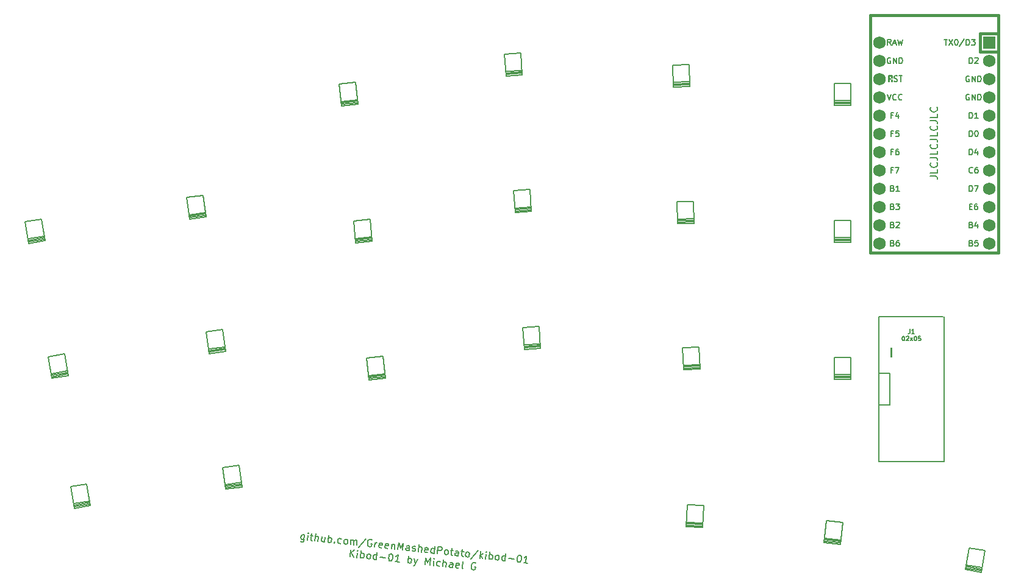
<source format=gto>
%TF.GenerationSoftware,KiCad,Pcbnew,(6.0.0-0)*%
%TF.CreationDate,2022-01-29T19:54:47+07:00*%
%TF.ProjectId,kibod-01-mirrored,6b69626f-642d-4303-912d-6d6972726f72,rev?*%
%TF.SameCoordinates,Original*%
%TF.FileFunction,Legend,Top*%
%TF.FilePolarity,Positive*%
%FSLAX46Y46*%
G04 Gerber Fmt 4.6, Leading zero omitted, Abs format (unit mm)*
G04 Created by KiCad (PCBNEW (6.0.0-0)) date 2022-01-29 19:54:47*
%MOMM*%
%LPD*%
G01*
G04 APERTURE LIST*
%ADD10C,0.150000*%
%ADD11C,0.127000*%
%ADD12C,0.203200*%
%ADD13C,0.381000*%
%ADD14R,1.752600X1.752600*%
%ADD15C,1.752600*%
G04 APERTURE END LIST*
D10*
X77311997Y-93892862D02*
X77416525Y-92898340D01*
X77880295Y-93952592D02*
X77513802Y-93339496D01*
X77984823Y-92958070D02*
X77356795Y-93466638D01*
X78306519Y-93997390D02*
X78376204Y-93334375D01*
X78411047Y-93002868D02*
X78358711Y-93045249D01*
X78401092Y-93097585D01*
X78453428Y-93055204D01*
X78411047Y-93002868D01*
X78401092Y-93097585D01*
X78780101Y-94047166D02*
X78884629Y-93052644D01*
X78844809Y-93431509D02*
X78944503Y-93394106D01*
X79133935Y-93414016D01*
X79223674Y-93471329D01*
X79266055Y-93523665D01*
X79303458Y-93623359D01*
X79273593Y-93907508D01*
X79216279Y-93997247D01*
X79163944Y-94039628D01*
X79064250Y-94077031D01*
X78874817Y-94057121D01*
X78785078Y-93999807D01*
X79821981Y-94156672D02*
X79732242Y-94099358D01*
X79689861Y-94047023D01*
X79652458Y-93947329D01*
X79682323Y-93663179D01*
X79739637Y-93573441D01*
X79791972Y-93531060D01*
X79891666Y-93493657D01*
X80033741Y-93508590D01*
X80123480Y-93565903D01*
X80165860Y-93618239D01*
X80203263Y-93717932D01*
X80173398Y-94002082D01*
X80116085Y-94091820D01*
X80063749Y-94134201D01*
X79964055Y-94171604D01*
X79821981Y-94156672D01*
X81005935Y-94281110D02*
X81110464Y-93286588D01*
X81010913Y-94233752D02*
X80911219Y-94271155D01*
X80721786Y-94251245D01*
X80632047Y-94193932D01*
X80589667Y-94141596D01*
X80552264Y-94041902D01*
X80582129Y-93757753D01*
X80639442Y-93668014D01*
X80691778Y-93625633D01*
X80791472Y-93588230D01*
X80980905Y-93608140D01*
X81070643Y-93665454D01*
X81519337Y-93952020D02*
X82277068Y-94031661D01*
X83004791Y-93485690D02*
X83099507Y-93495645D01*
X83189246Y-93552958D01*
X83231627Y-93605294D01*
X83269030Y-93704988D01*
X83296478Y-93899398D01*
X83271590Y-94136189D01*
X83204322Y-94320645D01*
X83147009Y-94410383D01*
X83094673Y-94452764D01*
X82994979Y-94490167D01*
X82900263Y-94480212D01*
X82810524Y-94422899D01*
X82768143Y-94370563D01*
X82730740Y-94270869D01*
X82703292Y-94076459D01*
X82728180Y-93839668D01*
X82795448Y-93655213D01*
X82852761Y-93565474D01*
X82905097Y-93523093D01*
X83004791Y-93485690D01*
X84178934Y-94614606D02*
X83610635Y-94554875D01*
X83894785Y-94584740D02*
X83999313Y-93590219D01*
X83889664Y-93722338D01*
X83784993Y-93807099D01*
X83685299Y-93844502D01*
X85362888Y-94739044D02*
X85467417Y-93744522D01*
X85427596Y-94123388D02*
X85527290Y-94085985D01*
X85716723Y-94105895D01*
X85806462Y-94163208D01*
X85848843Y-94215544D01*
X85886246Y-94315238D01*
X85856380Y-94599387D01*
X85799067Y-94689126D01*
X85746731Y-94731507D01*
X85647037Y-94768910D01*
X85457605Y-94748999D01*
X85367866Y-94691686D01*
X86237663Y-94160648D02*
X86404768Y-94848550D01*
X86711245Y-94210424D02*
X86404768Y-94848550D01*
X86285164Y-95075386D01*
X86232829Y-95117767D01*
X86133135Y-95155170D01*
X87778156Y-94992899D02*
X87882684Y-93998377D01*
X88139528Y-94743593D01*
X88545699Y-94068063D01*
X88441170Y-95062585D01*
X88914752Y-95112360D02*
X88984438Y-94449346D01*
X89019281Y-94117838D02*
X88966945Y-94160219D01*
X89009326Y-94212555D01*
X89061661Y-94170174D01*
X89019281Y-94117838D01*
X89009326Y-94212555D01*
X89819535Y-95159576D02*
X89719841Y-95196979D01*
X89530409Y-95177068D01*
X89440670Y-95119755D01*
X89398289Y-95067419D01*
X89360886Y-94967726D01*
X89390751Y-94683576D01*
X89448065Y-94593838D01*
X89500400Y-94551457D01*
X89600094Y-94514054D01*
X89789527Y-94533964D01*
X89879266Y-94591277D01*
X90240781Y-95251732D02*
X90345310Y-94257210D01*
X90667005Y-95296530D02*
X90721758Y-94775589D01*
X90684355Y-94675896D01*
X90594616Y-94618582D01*
X90452542Y-94603650D01*
X90352848Y-94641053D01*
X90300512Y-94683433D01*
X91566811Y-95391103D02*
X91621564Y-94870163D01*
X91584161Y-94770469D01*
X91494422Y-94713156D01*
X91304989Y-94693245D01*
X91205295Y-94730649D01*
X91571788Y-95343745D02*
X91472094Y-95381148D01*
X91235303Y-95356260D01*
X91145564Y-95298947D01*
X91108161Y-95199253D01*
X91118116Y-95104537D01*
X91175430Y-95014798D01*
X91275124Y-94977395D01*
X91511915Y-95002282D01*
X91611609Y-94964879D01*
X92424235Y-95433341D02*
X92324542Y-95470744D01*
X92135109Y-95450833D01*
X92045370Y-95393520D01*
X92007967Y-95293826D01*
X92047787Y-94914961D01*
X92105101Y-94825222D01*
X92204794Y-94787819D01*
X92394227Y-94807729D01*
X92483966Y-94865042D01*
X92521369Y-94964736D01*
X92511414Y-95059453D01*
X92027877Y-95104394D01*
X93034914Y-95545407D02*
X92945176Y-95488094D01*
X92907772Y-95388400D01*
X92997368Y-94535952D01*
X94792002Y-94772457D02*
X94702263Y-94715144D01*
X94560188Y-94700211D01*
X94413136Y-94732637D01*
X94308465Y-94817398D01*
X94251152Y-94907137D01*
X94183883Y-95091592D01*
X94168951Y-95233667D01*
X94196399Y-95428077D01*
X94233802Y-95527771D01*
X94318563Y-95632442D01*
X94455660Y-95694733D01*
X94550376Y-95704688D01*
X94697428Y-95672263D01*
X94749764Y-95629882D01*
X94784607Y-95298375D01*
X94595174Y-95278465D01*
X71029216Y-90859079D02*
X70944597Y-91664169D01*
X70887284Y-91753907D01*
X70834948Y-91796288D01*
X70735254Y-91833691D01*
X70593180Y-91818758D01*
X70503441Y-91761445D01*
X70964507Y-91474736D02*
X70864814Y-91512139D01*
X70675381Y-91492229D01*
X70585642Y-91434915D01*
X70543261Y-91382580D01*
X70505858Y-91282886D01*
X70535724Y-90998737D01*
X70593037Y-90908998D01*
X70645373Y-90866617D01*
X70745066Y-90829214D01*
X70934499Y-90849124D01*
X71024238Y-90906438D01*
X71433112Y-91571869D02*
X71502797Y-90908855D01*
X71537640Y-90577348D02*
X71485304Y-90619728D01*
X71527685Y-90672064D01*
X71580021Y-90629683D01*
X71537640Y-90577348D01*
X71527685Y-90672064D01*
X71834305Y-90943698D02*
X72213170Y-90983518D01*
X72011222Y-90627123D02*
X71921626Y-91479570D01*
X71959029Y-91579264D01*
X72048768Y-91636578D01*
X72143485Y-91646533D01*
X72474992Y-91681375D02*
X72579520Y-90686854D01*
X72901216Y-91726173D02*
X72955969Y-91205233D01*
X72918565Y-91105539D01*
X72828827Y-91048226D01*
X72686752Y-91033293D01*
X72587058Y-91070697D01*
X72534722Y-91113077D01*
X73870707Y-91157732D02*
X73801021Y-91820747D01*
X73444483Y-91112934D02*
X73389730Y-91633874D01*
X73427133Y-91733568D01*
X73516872Y-91790881D01*
X73658946Y-91805814D01*
X73758640Y-91768411D01*
X73810976Y-91726030D01*
X74274603Y-91870522D02*
X74379131Y-90876000D01*
X74339311Y-91254866D02*
X74439005Y-91217463D01*
X74628438Y-91237373D01*
X74718176Y-91294686D01*
X74760557Y-91347022D01*
X74797960Y-91446716D01*
X74768095Y-91730865D01*
X74710782Y-91820604D01*
X74658446Y-91862984D01*
X74558752Y-91900387D01*
X74369319Y-91880477D01*
X74279580Y-91823164D01*
X75184364Y-91870379D02*
X75226744Y-91922715D01*
X75174408Y-91965096D01*
X75132028Y-91912760D01*
X75184364Y-91870379D01*
X75174408Y-91965096D01*
X76079191Y-92012311D02*
X75979498Y-92049714D01*
X75790065Y-92029804D01*
X75700326Y-91972490D01*
X75657945Y-91920155D01*
X75620542Y-91820461D01*
X75650408Y-91536312D01*
X75707721Y-91446573D01*
X75760057Y-91404192D01*
X75859750Y-91366789D01*
X76049183Y-91386699D01*
X76138922Y-91444012D01*
X76642512Y-92119399D02*
X76552773Y-92062086D01*
X76510393Y-92009750D01*
X76472990Y-91910057D01*
X76502855Y-91625907D01*
X76560168Y-91536169D01*
X76612504Y-91493788D01*
X76712198Y-91456385D01*
X76854272Y-91471317D01*
X76944011Y-91528631D01*
X76986392Y-91580966D01*
X77023795Y-91680660D01*
X76993930Y-91964810D01*
X76936616Y-92054548D01*
X76884281Y-92096929D01*
X76784587Y-92134332D01*
X76642512Y-92119399D01*
X77400243Y-92199040D02*
X77469929Y-91536026D01*
X77459974Y-91630742D02*
X77512309Y-91588361D01*
X77612003Y-91550958D01*
X77754078Y-91565891D01*
X77843817Y-91623204D01*
X77881220Y-91722898D01*
X77826467Y-92243838D01*
X77881220Y-91722898D02*
X77938533Y-91633159D01*
X78038227Y-91595756D01*
X78180302Y-91610689D01*
X78270040Y-91668002D01*
X78307443Y-91767696D01*
X78252690Y-92288636D01*
X79546151Y-91371195D02*
X78559310Y-92560270D01*
X80388643Y-91555507D02*
X80298905Y-91498193D01*
X80156830Y-91483261D01*
X80009778Y-91515686D01*
X79905106Y-91600448D01*
X79847793Y-91690187D01*
X79780525Y-91874642D01*
X79765592Y-92016716D01*
X79793040Y-92211127D01*
X79830443Y-92310820D01*
X79915205Y-92415492D01*
X80052302Y-92477783D01*
X80147018Y-92487738D01*
X80294070Y-92455312D01*
X80346406Y-92412932D01*
X80381249Y-92081424D01*
X80191816Y-92061514D01*
X80762674Y-92552446D02*
X80832360Y-91889431D01*
X80812450Y-92078864D02*
X80869763Y-91989125D01*
X80922099Y-91946745D01*
X81021793Y-91909342D01*
X81116509Y-91919297D01*
X81762174Y-92609616D02*
X81662480Y-92647019D01*
X81473047Y-92627109D01*
X81383308Y-92569796D01*
X81345905Y-92470102D01*
X81385726Y-92091236D01*
X81443039Y-92001498D01*
X81542733Y-91964095D01*
X81732165Y-91984005D01*
X81821904Y-92041318D01*
X81859307Y-92141012D01*
X81849352Y-92235728D01*
X81365815Y-92280669D01*
X82614621Y-92699212D02*
X82514927Y-92736615D01*
X82325494Y-92716705D01*
X82235756Y-92659392D01*
X82198352Y-92559698D01*
X82238173Y-92180832D01*
X82295486Y-92091093D01*
X82395180Y-92053690D01*
X82584613Y-92073601D01*
X82674352Y-92130914D01*
X82711755Y-92230608D01*
X82701800Y-92325324D01*
X82218263Y-92370265D01*
X83152911Y-92133331D02*
X83083225Y-92796346D01*
X83142956Y-92228047D02*
X83195292Y-92185667D01*
X83294986Y-92148264D01*
X83437060Y-92163196D01*
X83526799Y-92220510D01*
X83564202Y-92320204D01*
X83509449Y-92841144D01*
X83983031Y-92890919D02*
X84087559Y-91896397D01*
X84344403Y-92641613D01*
X84750574Y-91966083D01*
X84646046Y-92960605D01*
X85545851Y-93055178D02*
X85600604Y-92534238D01*
X85563201Y-92434544D01*
X85473462Y-92377231D01*
X85284029Y-92357321D01*
X85184335Y-92394724D01*
X85550829Y-93007820D02*
X85451135Y-93045223D01*
X85214344Y-93020335D01*
X85124605Y-92963022D01*
X85087202Y-92863328D01*
X85097157Y-92768612D01*
X85154470Y-92678873D01*
X85254164Y-92641470D01*
X85490955Y-92666357D01*
X85590649Y-92628954D01*
X85977052Y-93052618D02*
X86066791Y-93109931D01*
X86256224Y-93129841D01*
X86355918Y-93092438D01*
X86413231Y-93002699D01*
X86418209Y-92955341D01*
X86380805Y-92855647D01*
X86291067Y-92798334D01*
X86148992Y-92783401D01*
X86059253Y-92726088D01*
X86021850Y-92626394D01*
X86026828Y-92579036D01*
X86084141Y-92489297D01*
X86183835Y-92451894D01*
X86325909Y-92466827D01*
X86415648Y-92524140D01*
X86824522Y-93189572D02*
X86929051Y-92195050D01*
X87250746Y-93234370D02*
X87305499Y-92713430D01*
X87268096Y-92613736D01*
X87178357Y-92556422D01*
X87036282Y-92541490D01*
X86936588Y-92578893D01*
X86884253Y-92621274D01*
X88108171Y-93276607D02*
X88008477Y-93314010D01*
X87819044Y-93294100D01*
X87729305Y-93236787D01*
X87691902Y-93137093D01*
X87731722Y-92758228D01*
X87789036Y-92668489D01*
X87888730Y-92631086D01*
X88078162Y-92650996D01*
X88167901Y-92708309D01*
X88205304Y-92808003D01*
X88195349Y-92902719D01*
X87711812Y-92947660D01*
X89002999Y-93418539D02*
X89107527Y-92424017D01*
X89007976Y-93371181D02*
X88908282Y-93408584D01*
X88718849Y-93388674D01*
X88629111Y-93331360D01*
X88586730Y-93279025D01*
X88549327Y-93179331D01*
X88579192Y-92895182D01*
X88636505Y-92805443D01*
X88688841Y-92763062D01*
X88788535Y-92725659D01*
X88977968Y-92745569D01*
X89067707Y-92802883D01*
X89476580Y-93468314D02*
X89581109Y-92473792D01*
X89959974Y-92513613D01*
X90049713Y-92570926D01*
X90092094Y-92623262D01*
X90129497Y-92722956D01*
X90114564Y-92865030D01*
X90057251Y-92954769D01*
X90004915Y-92997150D01*
X89905221Y-93034553D01*
X89526356Y-92994733D01*
X90613177Y-93587775D02*
X90523438Y-93530462D01*
X90481057Y-93478126D01*
X90443654Y-93378433D01*
X90473520Y-93094283D01*
X90530833Y-93004545D01*
X90583169Y-92962164D01*
X90682863Y-92924761D01*
X90824937Y-92939694D01*
X90914676Y-92997007D01*
X90957057Y-93049343D01*
X90994460Y-93149036D01*
X90964594Y-93433186D01*
X90907281Y-93522924D01*
X90854945Y-93565305D01*
X90755251Y-93602708D01*
X90613177Y-93587775D01*
X91298519Y-92989469D02*
X91677384Y-93029289D01*
X91475436Y-92672894D02*
X91385840Y-93525342D01*
X91423244Y-93625036D01*
X91512982Y-93682349D01*
X91607699Y-93692304D01*
X92365430Y-93771945D02*
X92420183Y-93251005D01*
X92382780Y-93151311D01*
X92293041Y-93093997D01*
X92103608Y-93074087D01*
X92003914Y-93111490D01*
X92370407Y-93724586D02*
X92270713Y-93761990D01*
X92033922Y-93737102D01*
X91944184Y-93679789D01*
X91906781Y-93580095D01*
X91916736Y-93485378D01*
X91974049Y-93395639D01*
X92073743Y-93358236D01*
X92310534Y-93383124D01*
X92410228Y-93345721D01*
X92766623Y-93143773D02*
X93145488Y-93183593D01*
X92943540Y-92827198D02*
X92853944Y-93679646D01*
X92891347Y-93779339D01*
X92981086Y-93836653D01*
X93075803Y-93846608D01*
X93549384Y-93896383D02*
X93459646Y-93839070D01*
X93417265Y-93786734D01*
X93379862Y-93687040D01*
X93409727Y-93402891D01*
X93467040Y-93313152D01*
X93519376Y-93270772D01*
X93619070Y-93233369D01*
X93761145Y-93248301D01*
X93850883Y-93305615D01*
X93893264Y-93357950D01*
X93930667Y-93457644D01*
X93900802Y-93741793D01*
X93843489Y-93831532D01*
X93791153Y-93873913D01*
X93691459Y-93911316D01*
X93549384Y-93896383D01*
X95126994Y-93008807D02*
X94140153Y-94197882D01*
X95348995Y-94085530D02*
X95453524Y-93091008D01*
X95483532Y-93716620D02*
X95727861Y-94125350D01*
X95797547Y-93462336D02*
X95378861Y-93801381D01*
X96154085Y-94170148D02*
X96223770Y-93507134D01*
X96258613Y-93175626D02*
X96206277Y-93218007D01*
X96248658Y-93270343D01*
X96300994Y-93227962D01*
X96258613Y-93175626D01*
X96248658Y-93270343D01*
X96627666Y-94219924D02*
X96732195Y-93225402D01*
X96692375Y-93604267D02*
X96792068Y-93566864D01*
X96981501Y-93586774D01*
X97071240Y-93644088D01*
X97113621Y-93696423D01*
X97151024Y-93796117D01*
X97121158Y-94080267D01*
X97063845Y-94170005D01*
X97011509Y-94212386D01*
X96911816Y-94249789D01*
X96722383Y-94229879D01*
X96632644Y-94172566D01*
X97669547Y-94329430D02*
X97579808Y-94272117D01*
X97537427Y-94219781D01*
X97500024Y-94120087D01*
X97529889Y-93835938D01*
X97587203Y-93746199D01*
X97639538Y-93703818D01*
X97739232Y-93666415D01*
X97881307Y-93681348D01*
X97971046Y-93738661D01*
X98013426Y-93790997D01*
X98050829Y-93890691D01*
X98020964Y-94174840D01*
X97963651Y-94264579D01*
X97911315Y-94306959D01*
X97811621Y-94344362D01*
X97669547Y-94329430D01*
X98853501Y-94453868D02*
X98958030Y-93459347D01*
X98858479Y-94406510D02*
X98758785Y-94443913D01*
X98569352Y-94424003D01*
X98479613Y-94366690D01*
X98437233Y-94314354D01*
X98399829Y-94214660D01*
X98429695Y-93930511D01*
X98487008Y-93840772D01*
X98539344Y-93798392D01*
X98639038Y-93760989D01*
X98828470Y-93780899D01*
X98918209Y-93838212D01*
X99366903Y-94124778D02*
X100124634Y-94204419D01*
X100852357Y-93658448D02*
X100947073Y-93668403D01*
X101036812Y-93725717D01*
X101079193Y-93778053D01*
X101116596Y-93877746D01*
X101144044Y-94072157D01*
X101119156Y-94308948D01*
X101051888Y-94493403D01*
X100994575Y-94583142D01*
X100942239Y-94625522D01*
X100842545Y-94662925D01*
X100747829Y-94652970D01*
X100658090Y-94595657D01*
X100615709Y-94543321D01*
X100578306Y-94443627D01*
X100550858Y-94249217D01*
X100575746Y-94012426D01*
X100643014Y-93827971D01*
X100700327Y-93738232D01*
X100752663Y-93695851D01*
X100852357Y-93658448D01*
X102026500Y-94787364D02*
X101458201Y-94727633D01*
X101742350Y-94757499D02*
X101846879Y-93762977D01*
X101737230Y-93895096D01*
X101632558Y-93979858D01*
X101532865Y-94017261D01*
D11*
%TO.C,J1*%
X155086711Y-62234741D02*
X155086711Y-62670170D01*
X155057682Y-62757255D01*
X154999625Y-62815312D01*
X154912539Y-62844341D01*
X154854482Y-62844341D01*
X155696311Y-62844341D02*
X155347968Y-62844341D01*
X155522139Y-62844341D02*
X155522139Y-62234741D01*
X155464082Y-62321827D01*
X155406025Y-62379884D01*
X155347968Y-62408912D01*
X154143282Y-63234741D02*
X154201339Y-63234741D01*
X154259396Y-63263770D01*
X154288425Y-63292798D01*
X154317453Y-63350855D01*
X154346482Y-63466970D01*
X154346482Y-63612112D01*
X154317453Y-63728227D01*
X154288425Y-63786284D01*
X154259396Y-63815312D01*
X154201339Y-63844341D01*
X154143282Y-63844341D01*
X154085225Y-63815312D01*
X154056196Y-63786284D01*
X154027168Y-63728227D01*
X153998139Y-63612112D01*
X153998139Y-63466970D01*
X154027168Y-63350855D01*
X154056196Y-63292798D01*
X154085225Y-63263770D01*
X154143282Y-63234741D01*
X154578711Y-63292798D02*
X154607739Y-63263770D01*
X154665796Y-63234741D01*
X154810939Y-63234741D01*
X154868996Y-63263770D01*
X154898025Y-63292798D01*
X154927053Y-63350855D01*
X154927053Y-63408912D01*
X154898025Y-63495998D01*
X154549682Y-63844341D01*
X154927053Y-63844341D01*
X155130253Y-63844341D02*
X155449568Y-63437941D01*
X155130253Y-63437941D02*
X155449568Y-63844341D01*
X155797911Y-63234741D02*
X155855968Y-63234741D01*
X155914025Y-63263770D01*
X155943053Y-63292798D01*
X155972082Y-63350855D01*
X156001111Y-63466970D01*
X156001111Y-63612112D01*
X155972082Y-63728227D01*
X155943053Y-63786284D01*
X155914025Y-63815312D01*
X155855968Y-63844341D01*
X155797911Y-63844341D01*
X155739853Y-63815312D01*
X155710825Y-63786284D01*
X155681796Y-63728227D01*
X155652768Y-63612112D01*
X155652768Y-63466970D01*
X155681796Y-63350855D01*
X155710825Y-63292798D01*
X155739853Y-63263770D01*
X155797911Y-63234741D01*
X156552653Y-63234741D02*
X156262368Y-63234741D01*
X156233339Y-63525027D01*
X156262368Y-63495998D01*
X156320425Y-63466970D01*
X156465568Y-63466970D01*
X156523625Y-63495998D01*
X156552653Y-63525027D01*
X156581682Y-63583084D01*
X156581682Y-63728227D01*
X156552653Y-63786284D01*
X156523625Y-63815312D01*
X156465568Y-63844341D01*
X156320425Y-63844341D01*
X156262368Y-63815312D01*
X156233339Y-63786284D01*
D10*
%TO.C,U1*%
X152866177Y-27770148D02*
X152980463Y-27808243D01*
X153170939Y-27808243D01*
X153247130Y-27770148D01*
X153285225Y-27732053D01*
X153323320Y-27655862D01*
X153323320Y-27579672D01*
X153285225Y-27503481D01*
X153247130Y-27465386D01*
X153170939Y-27427291D01*
X153018558Y-27389196D01*
X152942368Y-27351100D01*
X152904272Y-27313005D01*
X152866177Y-27236815D01*
X152866177Y-27160624D01*
X152904272Y-27084434D01*
X152942368Y-27046339D01*
X153018558Y-27008243D01*
X153209034Y-27008243D01*
X153323320Y-27046339D01*
X153551891Y-27008243D02*
X154009034Y-27008243D01*
X153780463Y-27808243D02*
X153780463Y-27008243D01*
X152654701Y-47729196D02*
X152768987Y-47767291D01*
X152807082Y-47805386D01*
X152845177Y-47881577D01*
X152845177Y-47995862D01*
X152807082Y-48072053D01*
X152768987Y-48110148D01*
X152692796Y-48148243D01*
X152388034Y-48148243D01*
X152388034Y-47348243D01*
X152654701Y-47348243D01*
X152730891Y-47386339D01*
X152768987Y-47424434D01*
X152807082Y-47500624D01*
X152807082Y-47576815D01*
X152768987Y-47653005D01*
X152730891Y-47691100D01*
X152654701Y-47729196D01*
X152388034Y-47729196D01*
X153149939Y-47424434D02*
X153188034Y-47386339D01*
X153264225Y-47348243D01*
X153454701Y-47348243D01*
X153530891Y-47386339D01*
X153568987Y-47424434D01*
X153607082Y-47500624D01*
X153607082Y-47576815D01*
X153568987Y-47691100D01*
X153111844Y-48148243D01*
X153607082Y-48148243D01*
X163348130Y-45189196D02*
X163614796Y-45189196D01*
X163729082Y-45608243D02*
X163348130Y-45608243D01*
X163348130Y-44808243D01*
X163729082Y-44808243D01*
X164414796Y-44808243D02*
X164262415Y-44808243D01*
X164186225Y-44846339D01*
X164148130Y-44884434D01*
X164071939Y-44998719D01*
X164033844Y-45151100D01*
X164033844Y-45455862D01*
X164071939Y-45532053D01*
X164110034Y-45570148D01*
X164186225Y-45608243D01*
X164338606Y-45608243D01*
X164414796Y-45570148D01*
X164452891Y-45532053D01*
X164490987Y-45455862D01*
X164490987Y-45265386D01*
X164452891Y-45189196D01*
X164414796Y-45151100D01*
X164338606Y-45113005D01*
X164186225Y-45113005D01*
X164110034Y-45151100D01*
X164071939Y-45189196D01*
X164033844Y-45265386D01*
X163310034Y-43068243D02*
X163310034Y-42268243D01*
X163500511Y-42268243D01*
X163614796Y-42306339D01*
X163690987Y-42382529D01*
X163729082Y-42458719D01*
X163767177Y-42611100D01*
X163767177Y-42725386D01*
X163729082Y-42877767D01*
X163690987Y-42953958D01*
X163614796Y-43030148D01*
X163500511Y-43068243D01*
X163310034Y-43068243D01*
X164033844Y-42268243D02*
X164567177Y-42268243D01*
X164224320Y-43068243D01*
X163767177Y-40452053D02*
X163729082Y-40490148D01*
X163614796Y-40528243D01*
X163538606Y-40528243D01*
X163424320Y-40490148D01*
X163348130Y-40413958D01*
X163310034Y-40337767D01*
X163271939Y-40185386D01*
X163271939Y-40071100D01*
X163310034Y-39918719D01*
X163348130Y-39842529D01*
X163424320Y-39766339D01*
X163538606Y-39728243D01*
X163614796Y-39728243D01*
X163729082Y-39766339D01*
X163767177Y-39804434D01*
X164452891Y-39728243D02*
X164300511Y-39728243D01*
X164224320Y-39766339D01*
X164186225Y-39804434D01*
X164110034Y-39918719D01*
X164071939Y-40071100D01*
X164071939Y-40375862D01*
X164110034Y-40452053D01*
X164148130Y-40490148D01*
X164224320Y-40528243D01*
X164376701Y-40528243D01*
X164452891Y-40490148D01*
X164490987Y-40452053D01*
X164529082Y-40375862D01*
X164529082Y-40185386D01*
X164490987Y-40109196D01*
X164452891Y-40071100D01*
X164376701Y-40033005D01*
X164224320Y-40033005D01*
X164148130Y-40071100D01*
X164110034Y-40109196D01*
X164071939Y-40185386D01*
X157891891Y-40975386D02*
X158606177Y-40975386D01*
X158749034Y-41023005D01*
X158844272Y-41118243D01*
X158891891Y-41261100D01*
X158891891Y-41356339D01*
X158891891Y-40023005D02*
X158891891Y-40499196D01*
X157891891Y-40499196D01*
X158796653Y-39118243D02*
X158844272Y-39165862D01*
X158891891Y-39308719D01*
X158891891Y-39403958D01*
X158844272Y-39546815D01*
X158749034Y-39642053D01*
X158653796Y-39689672D01*
X158463320Y-39737291D01*
X158320463Y-39737291D01*
X158129987Y-39689672D01*
X158034749Y-39642053D01*
X157939511Y-39546815D01*
X157891891Y-39403958D01*
X157891891Y-39308719D01*
X157939511Y-39165862D01*
X157987130Y-39118243D01*
X157891891Y-38403958D02*
X158606177Y-38403958D01*
X158749034Y-38451577D01*
X158844272Y-38546815D01*
X158891891Y-38689672D01*
X158891891Y-38784910D01*
X158891891Y-37451577D02*
X158891891Y-37927767D01*
X157891891Y-37927767D01*
X158796653Y-36546815D02*
X158844272Y-36594434D01*
X158891891Y-36737291D01*
X158891891Y-36832529D01*
X158844272Y-36975386D01*
X158749034Y-37070624D01*
X158653796Y-37118243D01*
X158463320Y-37165862D01*
X158320463Y-37165862D01*
X158129987Y-37118243D01*
X158034749Y-37070624D01*
X157939511Y-36975386D01*
X157891891Y-36832529D01*
X157891891Y-36737291D01*
X157939511Y-36594434D01*
X157987130Y-36546815D01*
X157891891Y-35832529D02*
X158606177Y-35832529D01*
X158749034Y-35880148D01*
X158844272Y-35975386D01*
X158891891Y-36118243D01*
X158891891Y-36213481D01*
X158891891Y-34880148D02*
X158891891Y-35356339D01*
X157891891Y-35356339D01*
X158796653Y-33975386D02*
X158844272Y-34023005D01*
X158891891Y-34165862D01*
X158891891Y-34261100D01*
X158844272Y-34403958D01*
X158749034Y-34499196D01*
X158653796Y-34546815D01*
X158463320Y-34594434D01*
X158320463Y-34594434D01*
X158129987Y-34546815D01*
X158034749Y-34499196D01*
X157939511Y-34403958D01*
X157891891Y-34261100D01*
X157891891Y-34165862D01*
X157939511Y-34023005D01*
X157987130Y-33975386D01*
X157891891Y-33261100D02*
X158606177Y-33261100D01*
X158749034Y-33308719D01*
X158844272Y-33403958D01*
X158891891Y-33546815D01*
X158891891Y-33642053D01*
X158891891Y-32308719D02*
X158891891Y-32784910D01*
X157891891Y-32784910D01*
X158796653Y-31403958D02*
X158844272Y-31451577D01*
X158891891Y-31594434D01*
X158891891Y-31689672D01*
X158844272Y-31832529D01*
X158749034Y-31927767D01*
X158653796Y-31975386D01*
X158463320Y-32023005D01*
X158320463Y-32023005D01*
X158129987Y-31975386D01*
X158034749Y-31927767D01*
X157939511Y-31832529D01*
X157891891Y-31689672D01*
X157891891Y-31594434D01*
X157939511Y-31451577D01*
X157987130Y-31403958D01*
X163310034Y-35448243D02*
X163310034Y-34648243D01*
X163500511Y-34648243D01*
X163614796Y-34686339D01*
X163690987Y-34762529D01*
X163729082Y-34838719D01*
X163767177Y-34991100D01*
X163767177Y-35105386D01*
X163729082Y-35257767D01*
X163690987Y-35333958D01*
X163614796Y-35410148D01*
X163500511Y-35448243D01*
X163310034Y-35448243D01*
X164262415Y-34648243D02*
X164338606Y-34648243D01*
X164414796Y-34686339D01*
X164452891Y-34724434D01*
X164490987Y-34800624D01*
X164529082Y-34953005D01*
X164529082Y-35143481D01*
X164490987Y-35295862D01*
X164452891Y-35372053D01*
X164414796Y-35410148D01*
X164338606Y-35448243D01*
X164262415Y-35448243D01*
X164186225Y-35410148D01*
X164148130Y-35372053D01*
X164110034Y-35295862D01*
X164071939Y-35143481D01*
X164071939Y-34953005D01*
X164110034Y-34800624D01*
X164148130Y-34724434D01*
X164186225Y-34686339D01*
X164262415Y-34648243D01*
X163310034Y-25288243D02*
X163310034Y-24488243D01*
X163500511Y-24488243D01*
X163614796Y-24526339D01*
X163690987Y-24602529D01*
X163729082Y-24678719D01*
X163767177Y-24831100D01*
X163767177Y-24945386D01*
X163729082Y-25097767D01*
X163690987Y-25173958D01*
X163614796Y-25250148D01*
X163500511Y-25288243D01*
X163310034Y-25288243D01*
X164071939Y-24564434D02*
X164110034Y-24526339D01*
X164186225Y-24488243D01*
X164376701Y-24488243D01*
X164452891Y-24526339D01*
X164490987Y-24564434D01*
X164529082Y-24640624D01*
X164529082Y-24716815D01*
X164490987Y-24831100D01*
X164033844Y-25288243D01*
X164529082Y-25288243D01*
X152711844Y-37569196D02*
X152445177Y-37569196D01*
X152445177Y-37988243D02*
X152445177Y-37188243D01*
X152826130Y-37188243D01*
X153473749Y-37188243D02*
X153321368Y-37188243D01*
X153245177Y-37226339D01*
X153207082Y-37264434D01*
X153130891Y-37378719D01*
X153092796Y-37531100D01*
X153092796Y-37835862D01*
X153130891Y-37912053D01*
X153168987Y-37950148D01*
X153245177Y-37988243D01*
X153397558Y-37988243D01*
X153473749Y-37950148D01*
X153511844Y-37912053D01*
X153549939Y-37835862D01*
X153549939Y-37645386D01*
X153511844Y-37569196D01*
X153473749Y-37531100D01*
X153397558Y-37493005D01*
X153245177Y-37493005D01*
X153168987Y-37531100D01*
X153130891Y-37569196D01*
X153092796Y-37645386D01*
X152654701Y-42649196D02*
X152768987Y-42687291D01*
X152807082Y-42725386D01*
X152845177Y-42801577D01*
X152845177Y-42915862D01*
X152807082Y-42992053D01*
X152768987Y-43030148D01*
X152692796Y-43068243D01*
X152388034Y-43068243D01*
X152388034Y-42268243D01*
X152654701Y-42268243D01*
X152730891Y-42306339D01*
X152768987Y-42344434D01*
X152807082Y-42420624D01*
X152807082Y-42496815D01*
X152768987Y-42573005D01*
X152730891Y-42611100D01*
X152654701Y-42649196D01*
X152388034Y-42649196D01*
X153607082Y-43068243D02*
X153149939Y-43068243D01*
X153378511Y-43068243D02*
X153378511Y-42268243D01*
X153302320Y-42382529D01*
X153226130Y-42458719D01*
X153149939Y-42496815D01*
X163576701Y-50269196D02*
X163690987Y-50307291D01*
X163729082Y-50345386D01*
X163767177Y-50421577D01*
X163767177Y-50535862D01*
X163729082Y-50612053D01*
X163690987Y-50650148D01*
X163614796Y-50688243D01*
X163310034Y-50688243D01*
X163310034Y-49888243D01*
X163576701Y-49888243D01*
X163652891Y-49926339D01*
X163690987Y-49964434D01*
X163729082Y-50040624D01*
X163729082Y-50116815D01*
X163690987Y-50193005D01*
X163652891Y-50231100D01*
X163576701Y-50269196D01*
X163310034Y-50269196D01*
X164490987Y-49888243D02*
X164110034Y-49888243D01*
X164071939Y-50269196D01*
X164110034Y-50231100D01*
X164186225Y-50193005D01*
X164376701Y-50193005D01*
X164452891Y-50231100D01*
X164490987Y-50269196D01*
X164529082Y-50345386D01*
X164529082Y-50535862D01*
X164490987Y-50612053D01*
X164452891Y-50650148D01*
X164376701Y-50688243D01*
X164186225Y-50688243D01*
X164110034Y-50650148D01*
X164071939Y-50612053D01*
X163290987Y-29606339D02*
X163214796Y-29568243D01*
X163100511Y-29568243D01*
X162986225Y-29606339D01*
X162910034Y-29682529D01*
X162871939Y-29758719D01*
X162833844Y-29911100D01*
X162833844Y-30025386D01*
X162871939Y-30177767D01*
X162910034Y-30253958D01*
X162986225Y-30330148D01*
X163100511Y-30368243D01*
X163176701Y-30368243D01*
X163290987Y-30330148D01*
X163329082Y-30292053D01*
X163329082Y-30025386D01*
X163176701Y-30025386D01*
X163671939Y-30368243D02*
X163671939Y-29568243D01*
X164129082Y-30368243D01*
X164129082Y-29568243D01*
X164510034Y-30368243D02*
X164510034Y-29568243D01*
X164700511Y-29568243D01*
X164814796Y-29606339D01*
X164890987Y-29682529D01*
X164929082Y-29758719D01*
X164967177Y-29911100D01*
X164967177Y-30025386D01*
X164929082Y-30177767D01*
X164890987Y-30253958D01*
X164814796Y-30330148D01*
X164700511Y-30368243D01*
X164510034Y-30368243D01*
X163310034Y-32908243D02*
X163310034Y-32108243D01*
X163500511Y-32108243D01*
X163614796Y-32146339D01*
X163690987Y-32222529D01*
X163729082Y-32298719D01*
X163767177Y-32451100D01*
X163767177Y-32565386D01*
X163729082Y-32717767D01*
X163690987Y-32793958D01*
X163614796Y-32870148D01*
X163500511Y-32908243D01*
X163310034Y-32908243D01*
X164529082Y-32908243D02*
X164071939Y-32908243D01*
X164300511Y-32908243D02*
X164300511Y-32108243D01*
X164224320Y-32222529D01*
X164148130Y-32298719D01*
X164071939Y-32336815D01*
X163290987Y-27066339D02*
X163214796Y-27028243D01*
X163100511Y-27028243D01*
X162986225Y-27066339D01*
X162910034Y-27142529D01*
X162871939Y-27218719D01*
X162833844Y-27371100D01*
X162833844Y-27485386D01*
X162871939Y-27637767D01*
X162910034Y-27713958D01*
X162986225Y-27790148D01*
X163100511Y-27828243D01*
X163176701Y-27828243D01*
X163290987Y-27790148D01*
X163329082Y-27752053D01*
X163329082Y-27485386D01*
X163176701Y-27485386D01*
X163671939Y-27828243D02*
X163671939Y-27028243D01*
X164129082Y-27828243D01*
X164129082Y-27028243D01*
X164510034Y-27828243D02*
X164510034Y-27028243D01*
X164700511Y-27028243D01*
X164814796Y-27066339D01*
X164890987Y-27142529D01*
X164929082Y-27218719D01*
X164967177Y-27371100D01*
X164967177Y-27485386D01*
X164929082Y-27637767D01*
X164890987Y-27713958D01*
X164814796Y-27790148D01*
X164700511Y-27828243D01*
X164510034Y-27828243D01*
X151911844Y-29568243D02*
X152178511Y-30368243D01*
X152445177Y-29568243D01*
X153168987Y-30292053D02*
X153130891Y-30330148D01*
X153016606Y-30368243D01*
X152940415Y-30368243D01*
X152826130Y-30330148D01*
X152749939Y-30253958D01*
X152711844Y-30177767D01*
X152673749Y-30025386D01*
X152673749Y-29911100D01*
X152711844Y-29758719D01*
X152749939Y-29682529D01*
X152826130Y-29606339D01*
X152940415Y-29568243D01*
X153016606Y-29568243D01*
X153130891Y-29606339D01*
X153168987Y-29644434D01*
X153968987Y-30292053D02*
X153930891Y-30330148D01*
X153816606Y-30368243D01*
X153740415Y-30368243D01*
X153626130Y-30330148D01*
X153549939Y-30253958D01*
X153511844Y-30177767D01*
X153473749Y-30025386D01*
X153473749Y-29911100D01*
X153511844Y-29758719D01*
X153549939Y-29682529D01*
X153626130Y-29606339D01*
X153740415Y-29568243D01*
X153816606Y-29568243D01*
X153930891Y-29606339D01*
X153968987Y-29644434D01*
X152711844Y-35029196D02*
X152445177Y-35029196D01*
X152445177Y-35448243D02*
X152445177Y-34648243D01*
X152826130Y-34648243D01*
X153511844Y-34648243D02*
X153130891Y-34648243D01*
X153092796Y-35029196D01*
X153130891Y-34991100D01*
X153207082Y-34953005D01*
X153397558Y-34953005D01*
X153473749Y-34991100D01*
X153511844Y-35029196D01*
X153549939Y-35105386D01*
X153549939Y-35295862D01*
X153511844Y-35372053D01*
X153473749Y-35410148D01*
X153397558Y-35448243D01*
X153207082Y-35448243D01*
X153130891Y-35410148D01*
X153092796Y-35372053D01*
X152654701Y-50269196D02*
X152768987Y-50307291D01*
X152807082Y-50345386D01*
X152845177Y-50421577D01*
X152845177Y-50535862D01*
X152807082Y-50612053D01*
X152768987Y-50650148D01*
X152692796Y-50688243D01*
X152388034Y-50688243D01*
X152388034Y-49888243D01*
X152654701Y-49888243D01*
X152730891Y-49926339D01*
X152768987Y-49964434D01*
X152807082Y-50040624D01*
X152807082Y-50116815D01*
X152768987Y-50193005D01*
X152730891Y-50231100D01*
X152654701Y-50269196D01*
X152388034Y-50269196D01*
X153530891Y-49888243D02*
X153378511Y-49888243D01*
X153302320Y-49926339D01*
X153264225Y-49964434D01*
X153188034Y-50078719D01*
X153149939Y-50231100D01*
X153149939Y-50535862D01*
X153188034Y-50612053D01*
X153226130Y-50650148D01*
X153302320Y-50688243D01*
X153454701Y-50688243D01*
X153530891Y-50650148D01*
X153568987Y-50612053D01*
X153607082Y-50535862D01*
X153607082Y-50345386D01*
X153568987Y-50269196D01*
X153530891Y-50231100D01*
X153454701Y-50193005D01*
X153302320Y-50193005D01*
X153226130Y-50231100D01*
X153188034Y-50269196D01*
X153149939Y-50345386D01*
X163310034Y-37988243D02*
X163310034Y-37188243D01*
X163500511Y-37188243D01*
X163614796Y-37226339D01*
X163690987Y-37302529D01*
X163729082Y-37378719D01*
X163767177Y-37531100D01*
X163767177Y-37645386D01*
X163729082Y-37797767D01*
X163690987Y-37873958D01*
X163614796Y-37950148D01*
X163500511Y-37988243D01*
X163310034Y-37988243D01*
X164452891Y-37454910D02*
X164452891Y-37988243D01*
X164262415Y-37150148D02*
X164071939Y-37721577D01*
X164567177Y-37721577D01*
X152654701Y-45189196D02*
X152768987Y-45227291D01*
X152807082Y-45265386D01*
X152845177Y-45341577D01*
X152845177Y-45455862D01*
X152807082Y-45532053D01*
X152768987Y-45570148D01*
X152692796Y-45608243D01*
X152388034Y-45608243D01*
X152388034Y-44808243D01*
X152654701Y-44808243D01*
X152730891Y-44846339D01*
X152768987Y-44884434D01*
X152807082Y-44960624D01*
X152807082Y-45036815D01*
X152768987Y-45113005D01*
X152730891Y-45151100D01*
X152654701Y-45189196D01*
X152388034Y-45189196D01*
X153111844Y-44808243D02*
X153607082Y-44808243D01*
X153340415Y-45113005D01*
X153454701Y-45113005D01*
X153530891Y-45151100D01*
X153568987Y-45189196D01*
X153607082Y-45265386D01*
X153607082Y-45455862D01*
X153568987Y-45532053D01*
X153530891Y-45570148D01*
X153454701Y-45608243D01*
X153226130Y-45608243D01*
X153149939Y-45570148D01*
X153111844Y-45532053D01*
X152368987Y-24526339D02*
X152292796Y-24488243D01*
X152178511Y-24488243D01*
X152064225Y-24526339D01*
X151988034Y-24602529D01*
X151949939Y-24678719D01*
X151911844Y-24831100D01*
X151911844Y-24945386D01*
X151949939Y-25097767D01*
X151988034Y-25173958D01*
X152064225Y-25250148D01*
X152178511Y-25288243D01*
X152254701Y-25288243D01*
X152368987Y-25250148D01*
X152407082Y-25212053D01*
X152407082Y-24945386D01*
X152254701Y-24945386D01*
X152749939Y-25288243D02*
X152749939Y-24488243D01*
X153207082Y-25288243D01*
X153207082Y-24488243D01*
X153588034Y-25288243D02*
X153588034Y-24488243D01*
X153778511Y-24488243D01*
X153892796Y-24526339D01*
X153968987Y-24602529D01*
X154007082Y-24678719D01*
X154045177Y-24831100D01*
X154045177Y-24945386D01*
X154007082Y-25097767D01*
X153968987Y-25173958D01*
X153892796Y-25250148D01*
X153778511Y-25288243D01*
X153588034Y-25288243D01*
X163576701Y-47729196D02*
X163690987Y-47767291D01*
X163729082Y-47805386D01*
X163767177Y-47881577D01*
X163767177Y-47995862D01*
X163729082Y-48072053D01*
X163690987Y-48110148D01*
X163614796Y-48148243D01*
X163310034Y-48148243D01*
X163310034Y-47348243D01*
X163576701Y-47348243D01*
X163652891Y-47386339D01*
X163690987Y-47424434D01*
X163729082Y-47500624D01*
X163729082Y-47576815D01*
X163690987Y-47653005D01*
X163652891Y-47691100D01*
X163576701Y-47729196D01*
X163310034Y-47729196D01*
X164452891Y-47614910D02*
X164452891Y-48148243D01*
X164262415Y-47310148D02*
X164071939Y-47881577D01*
X164567177Y-47881577D01*
X152426130Y-22748243D02*
X152159463Y-22367291D01*
X151968987Y-22748243D02*
X151968987Y-21948243D01*
X152273749Y-21948243D01*
X152349939Y-21986339D01*
X152388034Y-22024434D01*
X152426130Y-22100624D01*
X152426130Y-22214910D01*
X152388034Y-22291100D01*
X152349939Y-22329196D01*
X152273749Y-22367291D01*
X151968987Y-22367291D01*
X152730891Y-22519672D02*
X153111844Y-22519672D01*
X152654701Y-22748243D02*
X152921368Y-21948243D01*
X153188034Y-22748243D01*
X153378511Y-21948243D02*
X153568987Y-22748243D01*
X153721368Y-22176815D01*
X153873749Y-22748243D01*
X154064225Y-21948243D01*
X159820906Y-21948243D02*
X160278049Y-21948243D01*
X160049478Y-22748243D02*
X160049478Y-21948243D01*
X160468525Y-21948243D02*
X161001859Y-22748243D01*
X161001859Y-21948243D02*
X160468525Y-22748243D01*
X161459002Y-21948243D02*
X161535192Y-21948243D01*
X161611383Y-21986339D01*
X161649478Y-22024434D01*
X161687573Y-22100624D01*
X161725668Y-22253005D01*
X161725668Y-22443481D01*
X161687573Y-22595862D01*
X161649478Y-22672053D01*
X161611383Y-22710148D01*
X161535192Y-22748243D01*
X161459002Y-22748243D01*
X161382811Y-22710148D01*
X161344716Y-22672053D01*
X161306621Y-22595862D01*
X161268525Y-22443481D01*
X161268525Y-22253005D01*
X161306621Y-22100624D01*
X161344716Y-22024434D01*
X161382811Y-21986339D01*
X161459002Y-21948243D01*
X162639954Y-21910148D02*
X161954240Y-22938719D01*
X162906621Y-22748243D02*
X162906621Y-21948243D01*
X163097097Y-21948243D01*
X163211383Y-21986339D01*
X163287573Y-22062529D01*
X163325668Y-22138719D01*
X163363763Y-22291100D01*
X163363763Y-22405386D01*
X163325668Y-22557767D01*
X163287573Y-22633958D01*
X163211383Y-22710148D01*
X163097097Y-22748243D01*
X162906621Y-22748243D01*
X163630430Y-21948243D02*
X164125668Y-21948243D01*
X163859002Y-22253005D01*
X163973287Y-22253005D01*
X164049478Y-22291100D01*
X164087573Y-22329196D01*
X164125668Y-22405386D01*
X164125668Y-22595862D01*
X164087573Y-22672053D01*
X164049478Y-22710148D01*
X163973287Y-22748243D01*
X163744716Y-22748243D01*
X163668525Y-22710148D01*
X163630430Y-22672053D01*
X152711844Y-32489196D02*
X152445177Y-32489196D01*
X152445177Y-32908243D02*
X152445177Y-32108243D01*
X152826130Y-32108243D01*
X153473749Y-32374910D02*
X153473749Y-32908243D01*
X153283272Y-32070148D02*
X153092796Y-32641577D01*
X153588034Y-32641577D01*
X152711844Y-40109196D02*
X152445177Y-40109196D01*
X152445177Y-40528243D02*
X152445177Y-39728243D01*
X152826130Y-39728243D01*
X153054701Y-39728243D02*
X153588034Y-39728243D01*
X153245177Y-40528243D01*
D12*
%TO.C,D-0-0*%
X32768516Y-50335666D02*
X32239236Y-47333972D01*
D10*
X34903813Y-49528615D02*
X32737235Y-49910641D01*
D12*
X35019786Y-49938706D02*
X32768516Y-50335666D01*
D10*
X34840061Y-49742941D02*
X34938542Y-49725576D01*
X32702506Y-49713679D02*
X34869083Y-49331653D01*
D12*
X34490506Y-46937012D02*
X35019786Y-49938706D01*
X32239236Y-47333972D02*
X34490506Y-46937012D01*
D10*
X32771965Y-50107602D02*
X34840061Y-49742941D01*
X34938542Y-49725576D02*
X34840061Y-49742941D01*
%TO.C,D-0-1*%
X57200704Y-46436321D02*
X57299731Y-46422404D01*
D12*
X54685535Y-43938052D02*
X56949288Y-43619903D01*
D10*
X57271896Y-46224350D02*
X55093307Y-46530531D01*
X57299731Y-46422404D02*
X57200704Y-46436321D01*
X55121141Y-46728585D02*
X57200704Y-46436321D01*
D12*
X57373487Y-46638240D02*
X55109734Y-46956389D01*
D10*
X55065472Y-46332478D02*
X57244062Y-46026297D01*
D12*
X56949288Y-43619903D02*
X57373487Y-46638240D01*
X55109734Y-46956389D02*
X54685535Y-43938052D01*
%TO.C,D-0-2*%
X78136948Y-27951212D02*
X78455551Y-30982514D01*
D10*
X76201424Y-30994199D02*
X78289920Y-30774689D01*
D12*
X76182074Y-31221466D02*
X75863471Y-28190164D01*
D10*
X76159613Y-30596390D02*
X78347561Y-30366427D01*
X78368466Y-30565332D02*
X76180518Y-30795294D01*
D12*
X75863471Y-28190164D02*
X78136948Y-27951212D01*
D10*
X78389372Y-30764236D02*
X78289920Y-30774689D01*
X78289920Y-30774689D02*
X78389372Y-30764236D01*
D12*
X78455551Y-30982514D02*
X76182074Y-31221466D01*
D10*
%TO.C,D-0-3*%
X99012874Y-26824505D02*
X101107758Y-26678017D01*
X101193564Y-26471528D02*
X98998923Y-26624993D01*
X101107758Y-26678017D02*
X101207515Y-26671041D01*
D12*
X101266036Y-26891496D02*
X98985604Y-27050959D01*
X98772986Y-24010384D02*
X101053418Y-23850921D01*
D10*
X101207515Y-26671041D02*
X101107758Y-26678017D01*
D12*
X101053418Y-23850921D02*
X101266036Y-26891496D01*
D10*
X98984971Y-26425480D02*
X101179612Y-26272016D01*
D12*
X98985604Y-27050959D02*
X98772986Y-24010384D01*
%TO.C,D-0-4*%
X124525002Y-28475669D02*
X122240394Y-28555450D01*
D10*
X124374271Y-28256797D02*
X124474210Y-28253307D01*
X122261591Y-27930329D02*
X124460250Y-27853550D01*
D12*
X122240394Y-28555450D02*
X122134020Y-25509307D01*
X124418628Y-25429526D02*
X124525002Y-28475669D01*
D10*
X124474210Y-28253307D02*
X124374271Y-28256797D01*
D12*
X122134020Y-25509307D02*
X124418628Y-25429526D01*
D10*
X122275550Y-28330086D02*
X124374271Y-28256797D01*
X124467230Y-28053428D02*
X122268571Y-28130207D01*
D12*
%TO.C,D-0-5*%
X144596511Y-28062339D02*
X146882511Y-28062339D01*
X144596511Y-31110339D02*
X144596511Y-28062339D01*
D10*
X146739511Y-30886339D02*
X146839511Y-30886339D01*
X144639511Y-30486339D02*
X146839511Y-30486339D01*
D12*
X146882511Y-31110339D02*
X144596511Y-31110339D01*
D10*
X146839511Y-30686339D02*
X144639511Y-30686339D01*
X146839511Y-30886339D02*
X146739511Y-30886339D01*
X144639511Y-30886339D02*
X146739511Y-30886339D01*
D12*
X146882511Y-28062339D02*
X146882511Y-31110339D01*
D10*
%TO.C,D-1-0*%
X38103813Y-68276945D02*
X35937235Y-68658971D01*
X35902506Y-68462009D02*
X38069083Y-68079983D01*
D12*
X38219786Y-68687036D02*
X35968516Y-69083996D01*
D10*
X38138542Y-68473906D02*
X38040061Y-68491271D01*
D12*
X37690506Y-65685342D02*
X38219786Y-68687036D01*
D10*
X35971965Y-68855932D02*
X38040061Y-68491271D01*
D12*
X35968516Y-69083996D02*
X35439236Y-66082302D01*
D10*
X38040061Y-68491271D02*
X38138542Y-68473906D01*
D12*
X35439236Y-66082302D02*
X37690506Y-65685342D01*
D10*
%TO.C,D-1-1*%
X59900704Y-65124179D02*
X59999731Y-65110262D01*
D12*
X57809734Y-65644247D02*
X57385535Y-62625910D01*
D10*
X59971896Y-64912208D02*
X57793307Y-65218389D01*
D12*
X59649288Y-62307761D02*
X60073487Y-65326098D01*
D10*
X59999731Y-65110262D02*
X59900704Y-65124179D01*
X57765472Y-65020336D02*
X59944062Y-64714155D01*
X57821141Y-65416443D02*
X59900704Y-65124179D01*
D12*
X60073487Y-65326098D02*
X57809734Y-65644247D01*
X57385535Y-62625910D02*
X59649288Y-62307761D01*
D10*
%TO.C,D-1-2*%
X80259920Y-49824689D02*
X80359372Y-49814236D01*
X78129613Y-49646390D02*
X80317561Y-49416427D01*
X80338466Y-49615332D02*
X78150518Y-49845294D01*
D12*
X78152074Y-50271466D02*
X77833471Y-47240164D01*
X80425551Y-50032514D02*
X78152074Y-50271466D01*
X80106948Y-47001212D02*
X80425551Y-50032514D01*
D10*
X78171424Y-50044199D02*
X80259920Y-49824689D01*
D12*
X77833471Y-47240164D02*
X80106948Y-47001212D01*
D10*
X80359372Y-49814236D02*
X80259920Y-49824689D01*
%TO.C,D-1-3*%
X102477515Y-45674636D02*
X102377758Y-45681612D01*
D12*
X100255604Y-46054554D02*
X100042986Y-43013979D01*
X102323418Y-42854516D02*
X102536036Y-45895091D01*
D10*
X102463564Y-45475123D02*
X100268923Y-45628588D01*
D12*
X100042986Y-43013979D02*
X102323418Y-42854516D01*
X102536036Y-45895091D02*
X100255604Y-46054554D01*
D10*
X102377758Y-45681612D02*
X102477515Y-45674636D01*
X100254971Y-45429075D02*
X102449612Y-45275611D01*
X100282874Y-45828100D02*
X102377758Y-45681612D01*
D12*
%TO.C,D-1-4*%
X125018628Y-44467922D02*
X125125002Y-47514065D01*
D10*
X122875550Y-47368482D02*
X124974271Y-47295193D01*
X125067230Y-47091824D02*
X122868571Y-47168603D01*
D12*
X122840394Y-47593846D02*
X122734020Y-44547703D01*
D10*
X122861591Y-46968725D02*
X125060250Y-46891946D01*
D12*
X125125002Y-47514065D02*
X122840394Y-47593846D01*
D10*
X124974271Y-47295193D02*
X125074210Y-47291703D01*
X125074210Y-47291703D02*
X124974271Y-47295193D01*
D12*
X122734020Y-44547703D02*
X125018628Y-44467922D01*
D10*
%TO.C,D-1-5*%
X146739511Y-49936339D02*
X146839511Y-49936339D01*
X146839511Y-49936339D02*
X146739511Y-49936339D01*
X144639511Y-49536339D02*
X146839511Y-49536339D01*
D12*
X146882511Y-47112339D02*
X146882511Y-50160339D01*
X144596511Y-47112339D02*
X146882511Y-47112339D01*
D10*
X146839511Y-49736339D02*
X144639511Y-49736339D01*
X144639511Y-49936339D02*
X146739511Y-49936339D01*
D12*
X144596511Y-50160339D02*
X144596511Y-47112339D01*
X146882511Y-50160339D02*
X144596511Y-50160339D01*
%TO.C,D-2-0*%
X39068516Y-87165666D02*
X38539236Y-84163972D01*
D10*
X41140061Y-86572941D02*
X41238542Y-86555576D01*
X39071965Y-86937602D02*
X41140061Y-86572941D01*
X41203813Y-86358615D02*
X39037235Y-86740641D01*
D12*
X41319786Y-86768706D02*
X39068516Y-87165666D01*
X38539236Y-84163972D02*
X40790506Y-83767012D01*
X40790506Y-83767012D02*
X41319786Y-86768706D01*
D10*
X39002506Y-86543679D02*
X41169083Y-86161653D01*
X41238542Y-86555576D02*
X41140061Y-86572941D01*
%TO.C,D-2-1*%
X60065472Y-83884943D02*
X62244062Y-83578762D01*
X62299731Y-83974869D02*
X62200704Y-83988786D01*
D12*
X60109734Y-84508854D02*
X59685535Y-81490517D01*
D10*
X60121141Y-84281050D02*
X62200704Y-83988786D01*
X62271896Y-83776815D02*
X60093307Y-84082996D01*
D12*
X61949288Y-81172368D02*
X62373487Y-84190705D01*
X59685535Y-81490517D02*
X61949288Y-81172368D01*
D10*
X62200704Y-83988786D02*
X62299731Y-83974869D01*
D12*
X62373487Y-84190705D02*
X60109734Y-84508854D01*
D10*
%TO.C,D-2-2*%
X82178466Y-68665332D02*
X79990518Y-68895294D01*
D12*
X79992074Y-69321466D02*
X79673471Y-66290164D01*
D10*
X82199372Y-68864236D02*
X82099920Y-68874689D01*
D12*
X82265551Y-69082514D02*
X79992074Y-69321466D01*
X81946948Y-66051212D02*
X82265551Y-69082514D01*
D10*
X80011424Y-69094199D02*
X82099920Y-68874689D01*
X79969613Y-68696390D02*
X82157561Y-68466427D01*
X82099920Y-68874689D02*
X82199372Y-68864236D01*
D12*
X79673471Y-66290164D02*
X81946948Y-66051212D01*
D10*
%TO.C,D-2-3*%
X101552874Y-64831695D02*
X103647758Y-64685207D01*
D12*
X103593418Y-61858111D02*
X103806036Y-64898686D01*
X101525604Y-65058149D02*
X101312986Y-62017574D01*
D10*
X103733564Y-64478718D02*
X101538923Y-64632183D01*
X101524971Y-64432670D02*
X103719612Y-64279206D01*
X103747515Y-64678231D02*
X103647758Y-64685207D01*
X103647758Y-64685207D02*
X103747515Y-64678231D01*
D12*
X101312986Y-62017574D02*
X103593418Y-61858111D01*
X103806036Y-64898686D02*
X101525604Y-65058149D01*
%TO.C,D-2-4*%
X125925002Y-67821686D02*
X123640394Y-67901467D01*
D10*
X125774271Y-67602814D02*
X125874210Y-67599324D01*
X125874210Y-67599324D02*
X125774271Y-67602814D01*
X123661591Y-67276346D02*
X125860250Y-67199567D01*
D12*
X125818628Y-64775543D02*
X125925002Y-67821686D01*
D10*
X123675550Y-67676103D02*
X125774271Y-67602814D01*
D12*
X123640394Y-67901467D02*
X123534020Y-64855324D01*
D10*
X125867230Y-67399445D02*
X123668571Y-67476224D01*
D12*
X123534020Y-64855324D02*
X125818628Y-64775543D01*
D10*
%TO.C,D-2-5*%
X146739511Y-68986339D02*
X146839511Y-68986339D01*
D12*
X146882511Y-69210339D02*
X144596511Y-69210339D01*
D10*
X146839511Y-68986339D02*
X146739511Y-68986339D01*
X144639511Y-68986339D02*
X146739511Y-68986339D01*
D12*
X144596511Y-69210339D02*
X144596511Y-66162339D01*
X144596511Y-66162339D02*
X146882511Y-66162339D01*
D10*
X146839511Y-68786339D02*
X144639511Y-68786339D01*
X144639511Y-68586339D02*
X146839511Y-68586339D01*
D12*
X146882511Y-66162339D02*
X146882511Y-69210339D01*
%TO.C,D-3-3*%
X126318628Y-89835235D02*
X124034020Y-89755454D01*
D10*
X126290451Y-89409992D02*
X124091792Y-89333213D01*
X124098772Y-89133335D02*
X126297431Y-89210114D01*
X126283472Y-89609871D02*
X126183532Y-89606381D01*
X126183532Y-89606381D02*
X126283472Y-89609871D01*
D12*
X124034020Y-89755454D02*
X124140394Y-86709311D01*
X124140394Y-86709311D02*
X126425002Y-86789092D01*
D10*
X124084812Y-89533092D02*
X126183532Y-89606381D01*
D12*
X126425002Y-86789092D02*
X126318628Y-89835235D01*
%TO.C,D-3-4*%
X143452074Y-88911212D02*
X145725551Y-89150164D01*
D10*
X145387598Y-91954199D02*
X145288146Y-91943746D01*
X145288146Y-91943746D02*
X145387598Y-91954199D01*
X145408504Y-91755294D02*
X143220556Y-91525332D01*
X143241461Y-91326427D02*
X145429409Y-91556390D01*
D12*
X143133471Y-91942514D02*
X143452074Y-88911212D01*
D10*
X143199650Y-91724236D02*
X145288146Y-91943746D01*
D12*
X145725551Y-89150164D02*
X145406948Y-92181466D01*
X145406948Y-92181466D02*
X143133471Y-91942514D01*
%TO.C,D-3-5*%
X165519786Y-93053972D02*
X164990506Y-96055666D01*
D10*
X164888576Y-95810237D02*
X164987057Y-95827602D01*
X162889939Y-95051653D02*
X165056516Y-95433679D01*
D12*
X163268516Y-92657012D02*
X165519786Y-93053972D01*
D10*
X162820480Y-95445576D02*
X164888576Y-95810237D01*
D12*
X164990506Y-96055666D02*
X162739236Y-95658706D01*
D10*
X164987057Y-95827602D02*
X164888576Y-95810237D01*
D12*
X162739236Y-95658706D02*
X163268516Y-92657012D01*
D10*
X165021787Y-95630641D02*
X162855209Y-95248615D01*
D12*
%TO.C,J1*%
X152290171Y-72768210D02*
X150791571Y-72768210D01*
X152478131Y-64853570D02*
X152478131Y-66123570D01*
X150791571Y-68368930D02*
X152290171Y-68368930D01*
X150791571Y-60469530D02*
X159689191Y-60469530D01*
X150791571Y-80667610D02*
X150791571Y-72768210D01*
X150791571Y-72768210D02*
X150791571Y-68368930D01*
X159788251Y-60469530D02*
X159788251Y-80667610D01*
X152516231Y-64853570D02*
X152516231Y-66123570D01*
X159788251Y-80667610D02*
X150791571Y-80667610D01*
X152290171Y-68368930D02*
X152290171Y-72768210D01*
X150791571Y-68368930D02*
X150791571Y-60469530D01*
D13*
%TO.C,U1*%
X164789511Y-23656339D02*
X167329511Y-23656339D01*
X167329511Y-51596339D02*
X149549511Y-51596339D01*
X149549511Y-18576339D02*
X167329511Y-18576339D01*
X164789511Y-21116339D02*
X164789511Y-23656339D01*
X164789511Y-21116339D02*
X167329511Y-21116339D01*
X167329511Y-18576339D02*
X167329511Y-51596339D01*
X149549511Y-51596339D02*
X149549511Y-18576339D01*
D10*
X152194876Y-27005369D02*
X152194876Y-27805369D01*
X152194876Y-27805369D02*
X152094876Y-27805369D01*
X152094876Y-27805369D02*
X152094876Y-27005369D01*
X152094876Y-27005369D02*
X152194876Y-27005369D01*
G36*
X152194876Y-27805369D02*
G01*
X152094876Y-27805369D01*
X152094876Y-27005369D01*
X152194876Y-27005369D01*
X152194876Y-27805369D01*
G37*
X152194876Y-27805369D02*
X152094876Y-27805369D01*
X152094876Y-27005369D01*
X152194876Y-27005369D01*
X152194876Y-27805369D01*
X152594876Y-27005369D02*
X152594876Y-27105369D01*
X152594876Y-27105369D02*
X152094876Y-27105369D01*
X152094876Y-27105369D02*
X152094876Y-27005369D01*
X152094876Y-27005369D02*
X152594876Y-27005369D01*
G36*
X152594876Y-27105369D02*
G01*
X152094876Y-27105369D01*
X152094876Y-27005369D01*
X152594876Y-27005369D01*
X152594876Y-27105369D01*
G37*
X152594876Y-27105369D02*
X152094876Y-27105369D01*
X152094876Y-27005369D01*
X152594876Y-27005369D01*
X152594876Y-27105369D01*
X152394876Y-27405369D02*
X152394876Y-27505369D01*
X152394876Y-27505369D02*
X152294876Y-27505369D01*
X152294876Y-27505369D02*
X152294876Y-27405369D01*
X152294876Y-27405369D02*
X152394876Y-27405369D01*
G36*
X152394876Y-27505369D02*
G01*
X152294876Y-27505369D01*
X152294876Y-27405369D01*
X152394876Y-27405369D01*
X152394876Y-27505369D01*
G37*
X152394876Y-27505369D02*
X152294876Y-27505369D01*
X152294876Y-27405369D01*
X152394876Y-27405369D01*
X152394876Y-27505369D01*
X152594876Y-27605369D02*
X152594876Y-27805369D01*
X152594876Y-27805369D02*
X152494876Y-27805369D01*
X152494876Y-27805369D02*
X152494876Y-27605369D01*
X152494876Y-27605369D02*
X152594876Y-27605369D01*
G36*
X152594876Y-27805369D02*
G01*
X152494876Y-27805369D01*
X152494876Y-27605369D01*
X152594876Y-27605369D01*
X152594876Y-27805369D01*
G37*
X152594876Y-27805369D02*
X152494876Y-27805369D01*
X152494876Y-27605369D01*
X152594876Y-27605369D01*
X152594876Y-27805369D01*
X152594876Y-27005369D02*
X152594876Y-27305369D01*
X152594876Y-27305369D02*
X152494876Y-27305369D01*
X152494876Y-27305369D02*
X152494876Y-27005369D01*
X152494876Y-27005369D02*
X152594876Y-27005369D01*
G36*
X152594876Y-27305369D02*
G01*
X152494876Y-27305369D01*
X152494876Y-27005369D01*
X152594876Y-27005369D01*
X152594876Y-27305369D01*
G37*
X152594876Y-27305369D02*
X152494876Y-27305369D01*
X152494876Y-27005369D01*
X152594876Y-27005369D01*
X152594876Y-27305369D01*
%TD*%
D14*
%TO.C,U1*%
X166059511Y-22386339D03*
D15*
X166059511Y-24926339D03*
X166059511Y-27466339D03*
X166059511Y-30006339D03*
X166059511Y-32546339D03*
X166059511Y-35086339D03*
X166059511Y-37626339D03*
X166059511Y-40166339D03*
X166059511Y-42706339D03*
X166059511Y-45246339D03*
X166059511Y-47786339D03*
X166059511Y-50326339D03*
X150819511Y-50326339D03*
X150819511Y-47786339D03*
X150819511Y-45246339D03*
X150819511Y-42706339D03*
X150819511Y-40166339D03*
X150819511Y-37626339D03*
X150819511Y-35086339D03*
X150819511Y-32546339D03*
X150819511Y-30006339D03*
X150819511Y-27466339D03*
X150819511Y-24926339D03*
X150819511Y-22386339D03*
%TD*%
M02*

</source>
